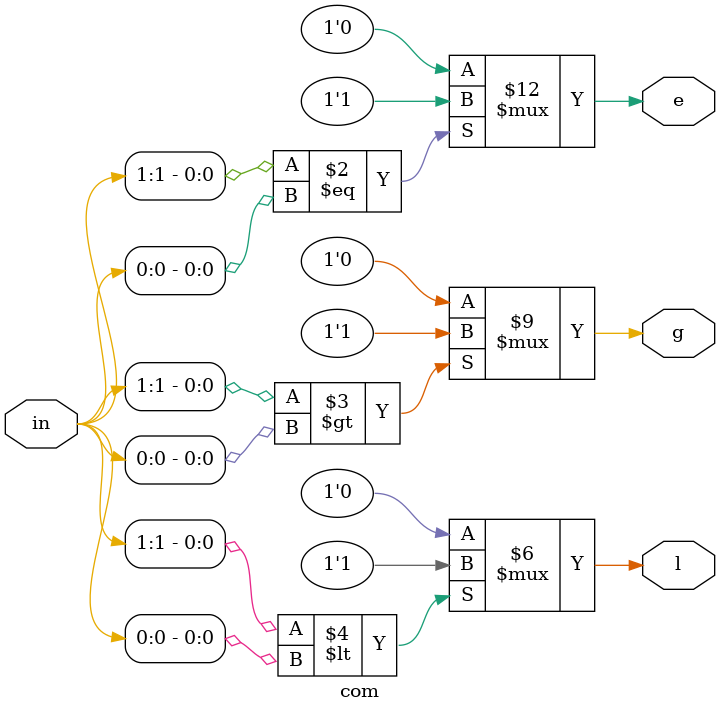
<source format=v>
module com(input [1:0]in, output reg e,g,l);
always @(*) begin
if (in[1]==in[0])
e=1;
else
e=0;
if (in[1]>in[0])
g=1;
else
g=0;
if (in[1]<in[0])
l=1;
else
l=0;
end
endmodule

</source>
